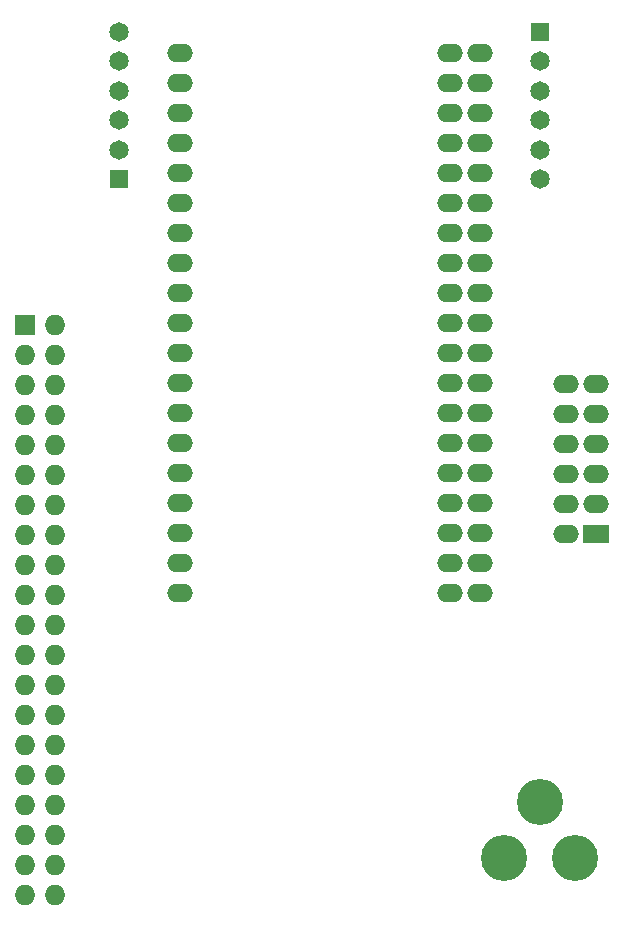
<source format=gbr>
%TF.GenerationSoftware,KiCad,Pcbnew,5.1.10-88a1d61d58~90~ubuntu20.04.1*%
%TF.CreationDate,2021-09-14T14:42:45-03:00*%
%TF.ProjectId,IAuto,49417574-6f2e-46b6-9963-61645f706362,rev?*%
%TF.SameCoordinates,Original*%
%TF.FileFunction,Soldermask,Bot*%
%TF.FilePolarity,Negative*%
%FSLAX46Y46*%
G04 Gerber Fmt 4.6, Leading zero omitted, Abs format (unit mm)*
G04 Created by KiCad (PCBNEW 5.1.10-88a1d61d58~90~ubuntu20.04.1) date 2021-09-14 14:42:45*
%MOMM*%
%LPD*%
G01*
G04 APERTURE LIST*
%ADD10O,2.199640X1.524000*%
%ADD11R,1.650000X1.650000*%
%ADD12C,1.650000*%
%ADD13R,2.199640X1.524000*%
%ADD14O,3.900000X3.900000*%
%ADD15R,1.727200X1.727200*%
%ADD16O,1.727200X1.727200*%
G04 APERTURE END LIST*
D10*
%TO.C,U1*%
X162212000Y-64175000D03*
X162212000Y-51475000D03*
X162212000Y-54015000D03*
X162212000Y-46395000D03*
X162212000Y-59095000D03*
X162212000Y-61635000D03*
X162212000Y-48935000D03*
X162212000Y-56555000D03*
X162212000Y-79415000D03*
X162212000Y-66715000D03*
X162212000Y-69255000D03*
X162212000Y-71795000D03*
X162212000Y-74335000D03*
X162212000Y-76875000D03*
X162212000Y-43855000D03*
X162212000Y-89575000D03*
X162212000Y-87035000D03*
X162212000Y-84495000D03*
X162212000Y-81955000D03*
X136812000Y-81955000D03*
X136812000Y-84495000D03*
X136812000Y-87035000D03*
X136812000Y-89575000D03*
X136812000Y-79415000D03*
X136812000Y-61635000D03*
X136812000Y-59095000D03*
X136812000Y-56555000D03*
X136812000Y-48935000D03*
X136812000Y-46395000D03*
X136812000Y-54015000D03*
X136812000Y-51475000D03*
X136812000Y-43855000D03*
X136812000Y-76875000D03*
X136812000Y-74335000D03*
X136812000Y-71795000D03*
X136812000Y-69255000D03*
X136812000Y-66715000D03*
X136812000Y-64175000D03*
X159672000Y-69255000D03*
X159672000Y-81955000D03*
X159672000Y-84495000D03*
X159672000Y-76875000D03*
X159672000Y-71795000D03*
X159672000Y-66715000D03*
X159672000Y-87035000D03*
X159672000Y-89575000D03*
X159672000Y-56555000D03*
X159672000Y-79415000D03*
X159672000Y-51475000D03*
X159672000Y-64175000D03*
X159672000Y-54015000D03*
X159672000Y-46395000D03*
X159672000Y-59095000D03*
X159672000Y-43855000D03*
X159672000Y-74335000D03*
X159672000Y-61635000D03*
X159672000Y-48935000D03*
%TD*%
D11*
%TO.C,J4*%
X131700000Y-54550000D03*
D12*
X131700000Y-52050000D03*
X131700000Y-49550000D03*
X131700000Y-47050000D03*
X131700000Y-44550000D03*
X131700000Y-42050000D03*
%TD*%
D10*
%TO.C,P2*%
X169545000Y-79502000D03*
X169545000Y-74422000D03*
X172085000Y-74422000D03*
X172085000Y-71882000D03*
X169545000Y-82042000D03*
X169545000Y-76962000D03*
D13*
X172085000Y-84582000D03*
D10*
X172085000Y-82042000D03*
X169545000Y-71882000D03*
X169545000Y-84582000D03*
X172085000Y-76962000D03*
X172085000Y-79502000D03*
%TD*%
D14*
%TO.C,J1*%
X164300000Y-112000000D03*
X167300000Y-107300000D03*
X170300000Y-112000000D03*
%TD*%
D11*
%TO.C,J5*%
X167300000Y-42050000D03*
D12*
X167300000Y-44550000D03*
X167300000Y-47050000D03*
X167300000Y-49550000D03*
X167300000Y-52050000D03*
X167300000Y-54550000D03*
%TD*%
D15*
%TO.C,P1*%
X123730000Y-66870000D03*
D16*
X126270000Y-66870000D03*
X123730000Y-69410000D03*
X126270000Y-69410000D03*
X123730000Y-71950000D03*
X126270000Y-71950000D03*
X123730000Y-74490000D03*
X126270000Y-74490000D03*
X123730000Y-77030000D03*
X126270000Y-77030000D03*
X123730000Y-79570000D03*
X126270000Y-79570000D03*
X123730000Y-82110000D03*
X126270000Y-82110000D03*
X123730000Y-84650000D03*
X126270000Y-84650000D03*
X123730000Y-87190000D03*
X126270000Y-87190000D03*
X123730000Y-89730000D03*
X126270000Y-89730000D03*
X123730000Y-92270000D03*
X126270000Y-92270000D03*
X123730000Y-94810000D03*
X126270000Y-94810000D03*
X123730000Y-97350000D03*
X126270000Y-97350000D03*
X123730000Y-99890000D03*
X126270000Y-99890000D03*
X123730000Y-102430000D03*
X126270000Y-102430000D03*
X123730000Y-104970000D03*
X126270000Y-104970000D03*
X123730000Y-107510000D03*
X126270000Y-107510000D03*
X123730000Y-110050000D03*
X126270000Y-110050000D03*
X123730000Y-112590000D03*
X126270000Y-112590000D03*
X123730000Y-115130000D03*
X126270000Y-115130000D03*
%TD*%
M02*

</source>
